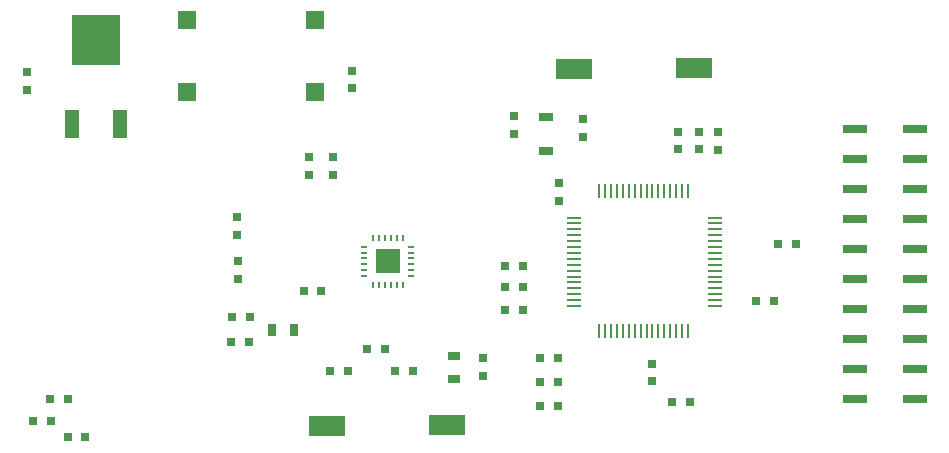
<source format=gtp>
G04 (created by PCBNEW (2013-08-24 BZR 4298)-stable) date Wed 06 Nov 2013 10:08:36 PM PST*
%MOIN*%
G04 Gerber Fmt 3.4, Leading zero omitted, Abs format*
%FSLAX34Y34*%
G01*
G70*
G90*
G04 APERTURE LIST*
%ADD10C,0.005906*%
%ADD11R,0.028320X0.031520*%
%ADD12R,0.031520X0.028320*%
%ADD13R,0.062960X0.062960*%
%ADD14R,0.048000X0.096000*%
%ADD15R,0.160000X0.168000*%
%ADD16R,0.044000X0.028000*%
%ADD17R,0.028000X0.044000*%
%ADD18R,0.119680X0.066160*%
%ADD19R,0.007840X0.048000*%
%ADD20O,0.007840X0.048000*%
%ADD21O,0.048000X0.007840*%
%ADD22R,0.047280X0.031520*%
%ADD23R,0.048800X0.031520*%
%ADD24R,0.080000X0.031200*%
%ADD25R,0.078720X0.078720*%
%ADD26O,0.007840X0.025200*%
%ADD27O,0.025200X0.007840*%
G04 APERTURE END LIST*
G54D10*
G54D11*
X15957Y-46598D03*
X15365Y-46598D03*
X15390Y-47334D03*
X14798Y-47334D03*
X36105Y-46692D03*
X36697Y-46692D03*
X16536Y-47889D03*
X15944Y-47889D03*
X21392Y-44720D03*
X21984Y-44720D03*
X21424Y-43870D03*
X22016Y-43870D03*
G54D12*
X21618Y-42607D03*
X21618Y-42015D03*
X21598Y-40542D03*
X21598Y-41134D03*
G54D11*
X31107Y-43633D03*
X30515Y-43633D03*
X31118Y-42881D03*
X30526Y-42881D03*
X31118Y-42161D03*
X30526Y-42161D03*
X25924Y-44940D03*
X26516Y-44940D03*
X32292Y-46830D03*
X31700Y-46830D03*
X32276Y-46035D03*
X31684Y-46035D03*
X32280Y-45232D03*
X31688Y-45232D03*
G54D12*
X36988Y-37692D03*
X36988Y-38284D03*
X36279Y-37696D03*
X36279Y-38288D03*
X33129Y-37282D03*
X33129Y-37874D03*
X37610Y-37707D03*
X37610Y-38299D03*
X30826Y-37184D03*
X30826Y-37776D03*
G54D11*
X40209Y-41433D03*
X39617Y-41433D03*
G54D12*
X32318Y-39400D03*
X32318Y-39992D03*
G54D11*
X39484Y-43342D03*
X38892Y-43342D03*
G54D12*
X14600Y-36296D03*
X14600Y-35704D03*
X35433Y-46016D03*
X35433Y-45424D03*
X25421Y-36256D03*
X25421Y-35664D03*
X24003Y-38546D03*
X24003Y-39138D03*
X24787Y-38538D03*
X24787Y-39130D03*
G54D11*
X24684Y-45688D03*
X25276Y-45688D03*
X27441Y-45681D03*
X26849Y-45681D03*
G54D12*
X29783Y-45843D03*
X29783Y-45251D03*
G54D13*
X19936Y-36378D03*
X19936Y-33976D03*
X24198Y-36378D03*
X24198Y-33976D03*
G54D14*
X16097Y-37438D03*
X17697Y-37438D03*
G54D15*
X16897Y-34638D03*
G54D16*
X28830Y-45180D03*
X28830Y-45930D03*
G54D17*
X22739Y-44303D03*
X23489Y-44303D03*
G54D18*
X32826Y-35608D03*
X36826Y-35570D03*
X28574Y-47462D03*
X24574Y-47500D03*
G54D19*
X33665Y-44346D03*
G54D20*
X33862Y-44346D03*
X34059Y-44346D03*
X34256Y-44346D03*
X34453Y-44346D03*
X34649Y-44346D03*
X34846Y-44346D03*
X35043Y-44346D03*
X35240Y-44346D03*
X35437Y-44346D03*
X35634Y-44346D03*
X35830Y-44346D03*
X36027Y-44346D03*
X36224Y-44346D03*
X36421Y-44346D03*
X36618Y-44346D03*
G54D21*
X37516Y-43511D03*
X37516Y-43314D03*
X37516Y-43117D03*
X37516Y-42920D03*
X37516Y-42723D03*
X37516Y-42527D03*
X37516Y-42330D03*
X37516Y-42133D03*
X37516Y-41936D03*
X37516Y-41739D03*
X37516Y-41542D03*
X37516Y-41346D03*
X37516Y-41149D03*
X37516Y-40952D03*
X37516Y-40755D03*
X37516Y-40558D03*
G54D20*
X36618Y-39660D03*
X36421Y-39660D03*
X36224Y-39660D03*
X36027Y-39660D03*
X35830Y-39660D03*
X35634Y-39660D03*
X35437Y-39660D03*
X35240Y-39660D03*
X35043Y-39660D03*
X34846Y-39660D03*
X34649Y-39660D03*
X34453Y-39660D03*
X34256Y-39660D03*
X34059Y-39660D03*
X33862Y-39660D03*
X33665Y-39660D03*
G54D21*
X32830Y-40558D03*
X32830Y-40755D03*
X32830Y-41149D03*
X32823Y-40952D03*
X32830Y-41346D03*
X32830Y-41542D03*
X32830Y-41739D03*
X32830Y-41936D03*
X32830Y-42133D03*
X32830Y-42330D03*
X32830Y-42524D03*
X32830Y-42721D03*
X32830Y-42918D03*
X32830Y-43115D03*
X32830Y-43311D03*
X32830Y-43508D03*
G54D22*
X31883Y-38351D03*
G54D23*
X31887Y-37199D03*
G54D24*
X42185Y-37606D03*
X44185Y-37606D03*
X42185Y-40606D03*
X44185Y-39606D03*
X44185Y-38606D03*
X42185Y-38606D03*
X42185Y-39606D03*
X42185Y-41606D03*
X44185Y-40606D03*
X44185Y-41606D03*
X44185Y-42606D03*
X44185Y-46606D03*
X44185Y-45606D03*
X44185Y-44606D03*
X44185Y-43606D03*
X42185Y-42606D03*
X42185Y-43606D03*
X42185Y-44606D03*
X42185Y-45606D03*
X42185Y-46606D03*
G54D11*
X23810Y-43015D03*
X24402Y-43015D03*
G54D25*
X26618Y-42019D03*
G54D26*
X26126Y-42806D03*
X26323Y-42806D03*
X26520Y-42806D03*
X26716Y-42806D03*
X26913Y-42806D03*
X27110Y-42806D03*
G54D27*
X27405Y-42511D03*
X27405Y-42314D03*
X27405Y-42117D03*
X27405Y-41921D03*
X27405Y-41724D03*
X27405Y-41527D03*
G54D26*
X27110Y-41232D03*
X26913Y-41232D03*
X26716Y-41232D03*
X26520Y-41232D03*
X26323Y-41232D03*
X26126Y-41232D03*
G54D27*
X25831Y-41527D03*
X25831Y-41724D03*
X25831Y-41921D03*
X25831Y-42117D03*
X25831Y-42314D03*
X25831Y-42511D03*
M02*

</source>
